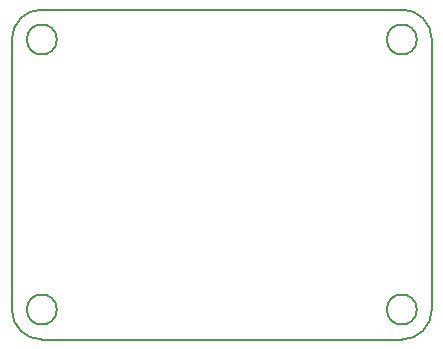
<source format=gm1>
G04 #@! TF.GenerationSoftware,KiCad,Pcbnew,(2018-02-15 revision 29b28de31)-makepkg*
G04 #@! TF.CreationDate,2018-12-22T18:26:04+03:00*
G04 #@! TF.ProjectId,CS5490_Breakout,4353353439305F427265616B6F75742E,rev?*
G04 #@! TF.SameCoordinates,Original*
G04 #@! TF.FileFunction,Profile,NP*
%FSLAX46Y46*%
G04 Gerber Fmt 4.6, Leading zero omitted, Abs format (unit mm)*
G04 Created by KiCad (PCBNEW (2018-02-15 revision 29b28de31)-makepkg) date 12/22/18 18:26:04*
%MOMM*%
%LPD*%
G01*
G04 APERTURE LIST*
%ADD10C,0.150000*%
%ADD11C,0.200000*%
G04 APERTURE END LIST*
D10*
X167640000Y-99060000D02*
G75*
G03X167640000Y-99060000I-1270000J0D01*
G01*
X167640000Y-121920000D02*
G75*
G03X167640000Y-121920000I-1270000J0D01*
G01*
X137160000Y-121920000D02*
G75*
G03X137160000Y-121920000I-1270000J0D01*
G01*
X137160000Y-99060000D02*
G75*
G03X137160000Y-99060000I-1270000J0D01*
G01*
X135890000Y-124460000D02*
G75*
G02X133350000Y-121920000I0J2540000D01*
G01*
X168910000Y-121920000D02*
G75*
G02X166370000Y-124460000I-2540000J0D01*
G01*
X133350000Y-99060000D02*
G75*
G02X135890000Y-96520000I2540000J0D01*
G01*
X166370000Y-96520000D02*
G75*
G02X168910000Y-99060000I0J-2540000D01*
G01*
D11*
X133350000Y-121920000D02*
X133350000Y-99060000D01*
X166370000Y-124460000D02*
X135890000Y-124460000D01*
X168910000Y-99060000D02*
X168910000Y-121920000D01*
X135890000Y-96520000D02*
X166370000Y-96520000D01*
M02*

</source>
